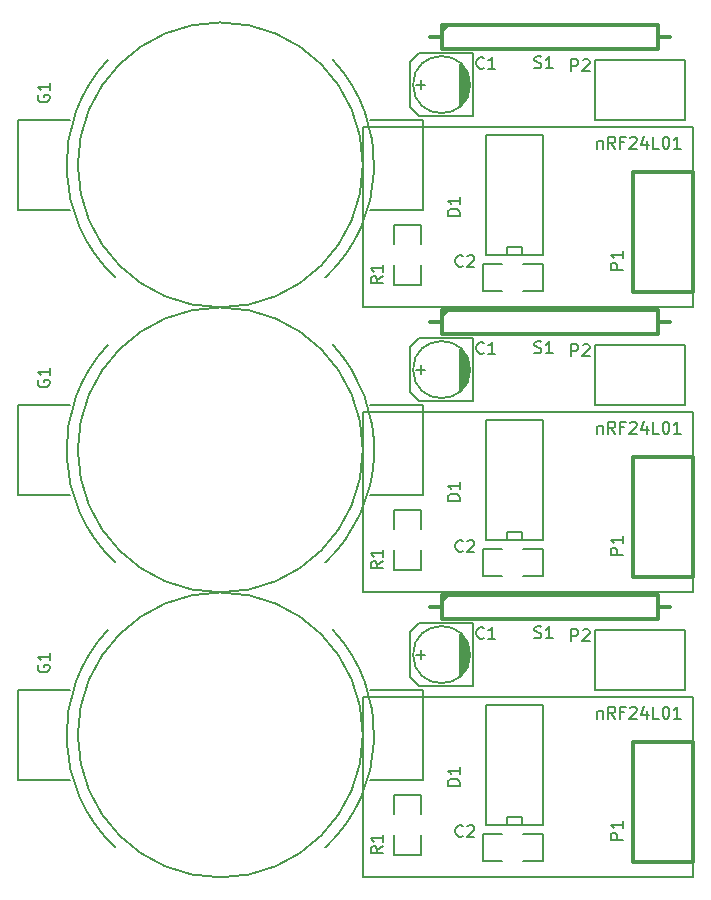
<source format=gto>
G04 #@! TF.FileFunction,Legend,Top*
%FSLAX46Y46*%
G04 Gerber Fmt 4.6, Leading zero omitted, Abs format (unit mm)*
G04 Created by KiCad (PCBNEW 4.0.3+e1-6302~38~ubuntu16.04.1-stable) date Mon Aug 15 18:15:02 2016*
%MOMM*%
%LPD*%
G01*
G04 APERTURE LIST*
%ADD10C,0.150000*%
%ADD11C,0.200000*%
%ADD12C,0.203200*%
%ADD13C,0.127000*%
%ADD14C,0.300000*%
%ADD15C,0.304800*%
G04 APERTURE END LIST*
D10*
D11*
X51435000Y-68580000D02*
X79375000Y-68580000D01*
X79375000Y-68580000D02*
X79375000Y-53340000D01*
X79375000Y-53340000D02*
X51435000Y-53340000D01*
X51435000Y-53340000D02*
X51435000Y-68580000D01*
D12*
X71295382Y-54455786D02*
X71295382Y-55133119D01*
X71295382Y-54552548D02*
X71343763Y-54504167D01*
X71440525Y-54455786D01*
X71585667Y-54455786D01*
X71682429Y-54504167D01*
X71730810Y-54600929D01*
X71730810Y-55133119D01*
X72795191Y-55133119D02*
X72456525Y-54649310D01*
X72214620Y-55133119D02*
X72214620Y-54117119D01*
X72601667Y-54117119D01*
X72698429Y-54165500D01*
X72746810Y-54213881D01*
X72795191Y-54310643D01*
X72795191Y-54455786D01*
X72746810Y-54552548D01*
X72698429Y-54600929D01*
X72601667Y-54649310D01*
X72214620Y-54649310D01*
X73569286Y-54600929D02*
X73230620Y-54600929D01*
X73230620Y-55133119D02*
X73230620Y-54117119D01*
X73714429Y-54117119D01*
X74053096Y-54213881D02*
X74101477Y-54165500D01*
X74198239Y-54117119D01*
X74440143Y-54117119D01*
X74536905Y-54165500D01*
X74585286Y-54213881D01*
X74633667Y-54310643D01*
X74633667Y-54407405D01*
X74585286Y-54552548D01*
X74004715Y-55133119D01*
X74633667Y-55133119D01*
X75504524Y-54455786D02*
X75504524Y-55133119D01*
X75262620Y-54068738D02*
X75020715Y-54794452D01*
X75649667Y-54794452D01*
X76520524Y-55133119D02*
X76036715Y-55133119D01*
X76036715Y-54117119D01*
X77052715Y-54117119D02*
X77149476Y-54117119D01*
X77246238Y-54165500D01*
X77294619Y-54213881D01*
X77343000Y-54310643D01*
X77391381Y-54504167D01*
X77391381Y-54746071D01*
X77343000Y-54939595D01*
X77294619Y-55036357D01*
X77246238Y-55084738D01*
X77149476Y-55133119D01*
X77052715Y-55133119D01*
X76955953Y-55084738D01*
X76907572Y-55036357D01*
X76859191Y-54939595D01*
X76810810Y-54746071D01*
X76810810Y-54504167D01*
X76859191Y-54310643D01*
X76907572Y-54213881D01*
X76955953Y-54165500D01*
X77052715Y-54117119D01*
X78359000Y-55133119D02*
X77778429Y-55133119D01*
X78068715Y-55133119D02*
X78068715Y-54117119D01*
X77971953Y-54262262D01*
X77875191Y-54359024D01*
X77778429Y-54407405D01*
D11*
X51435000Y-92710000D02*
X79375000Y-92710000D01*
X79375000Y-92710000D02*
X79375000Y-77470000D01*
X79375000Y-77470000D02*
X51435000Y-77470000D01*
X51435000Y-77470000D02*
X51435000Y-92710000D01*
D12*
X71295382Y-78585786D02*
X71295382Y-79263119D01*
X71295382Y-78682548D02*
X71343763Y-78634167D01*
X71440525Y-78585786D01*
X71585667Y-78585786D01*
X71682429Y-78634167D01*
X71730810Y-78730929D01*
X71730810Y-79263119D01*
X72795191Y-79263119D02*
X72456525Y-78779310D01*
X72214620Y-79263119D02*
X72214620Y-78247119D01*
X72601667Y-78247119D01*
X72698429Y-78295500D01*
X72746810Y-78343881D01*
X72795191Y-78440643D01*
X72795191Y-78585786D01*
X72746810Y-78682548D01*
X72698429Y-78730929D01*
X72601667Y-78779310D01*
X72214620Y-78779310D01*
X73569286Y-78730929D02*
X73230620Y-78730929D01*
X73230620Y-79263119D02*
X73230620Y-78247119D01*
X73714429Y-78247119D01*
X74053096Y-78343881D02*
X74101477Y-78295500D01*
X74198239Y-78247119D01*
X74440143Y-78247119D01*
X74536905Y-78295500D01*
X74585286Y-78343881D01*
X74633667Y-78440643D01*
X74633667Y-78537405D01*
X74585286Y-78682548D01*
X74004715Y-79263119D01*
X74633667Y-79263119D01*
X75504524Y-78585786D02*
X75504524Y-79263119D01*
X75262620Y-78198738D02*
X75020715Y-78924452D01*
X75649667Y-78924452D01*
X76520524Y-79263119D02*
X76036715Y-79263119D01*
X76036715Y-78247119D01*
X77052715Y-78247119D02*
X77149476Y-78247119D01*
X77246238Y-78295500D01*
X77294619Y-78343881D01*
X77343000Y-78440643D01*
X77391381Y-78634167D01*
X77391381Y-78876071D01*
X77343000Y-79069595D01*
X77294619Y-79166357D01*
X77246238Y-79214738D01*
X77149476Y-79263119D01*
X77052715Y-79263119D01*
X76955953Y-79214738D01*
X76907572Y-79166357D01*
X76859191Y-79069595D01*
X76810810Y-78876071D01*
X76810810Y-78634167D01*
X76859191Y-78440643D01*
X76907572Y-78343881D01*
X76955953Y-78295500D01*
X77052715Y-78247119D01*
X78359000Y-79263119D02*
X77778429Y-79263119D01*
X78068715Y-79263119D02*
X78068715Y-78247119D01*
X77971953Y-78392262D01*
X77875191Y-78489024D01*
X77778429Y-78537405D01*
X71295382Y-30325786D02*
X71295382Y-31003119D01*
X71295382Y-30422548D02*
X71343763Y-30374167D01*
X71440525Y-30325786D01*
X71585667Y-30325786D01*
X71682429Y-30374167D01*
X71730810Y-30470929D01*
X71730810Y-31003119D01*
X72795191Y-31003119D02*
X72456525Y-30519310D01*
X72214620Y-31003119D02*
X72214620Y-29987119D01*
X72601667Y-29987119D01*
X72698429Y-30035500D01*
X72746810Y-30083881D01*
X72795191Y-30180643D01*
X72795191Y-30325786D01*
X72746810Y-30422548D01*
X72698429Y-30470929D01*
X72601667Y-30519310D01*
X72214620Y-30519310D01*
X73569286Y-30470929D02*
X73230620Y-30470929D01*
X73230620Y-31003119D02*
X73230620Y-29987119D01*
X73714429Y-29987119D01*
X74053096Y-30083881D02*
X74101477Y-30035500D01*
X74198239Y-29987119D01*
X74440143Y-29987119D01*
X74536905Y-30035500D01*
X74585286Y-30083881D01*
X74633667Y-30180643D01*
X74633667Y-30277405D01*
X74585286Y-30422548D01*
X74004715Y-31003119D01*
X74633667Y-31003119D01*
X75504524Y-30325786D02*
X75504524Y-31003119D01*
X75262620Y-29938738D02*
X75020715Y-30664452D01*
X75649667Y-30664452D01*
X76520524Y-31003119D02*
X76036715Y-31003119D01*
X76036715Y-29987119D01*
X77052715Y-29987119D02*
X77149476Y-29987119D01*
X77246238Y-30035500D01*
X77294619Y-30083881D01*
X77343000Y-30180643D01*
X77391381Y-30374167D01*
X77391381Y-30616071D01*
X77343000Y-30809595D01*
X77294619Y-30906357D01*
X77246238Y-30954738D01*
X77149476Y-31003119D01*
X77052715Y-31003119D01*
X76955953Y-30954738D01*
X76907572Y-30906357D01*
X76859191Y-30809595D01*
X76810810Y-30616071D01*
X76810810Y-30374167D01*
X76859191Y-30180643D01*
X76907572Y-30083881D01*
X76955953Y-30035500D01*
X77052715Y-29987119D01*
X78359000Y-31003119D02*
X77778429Y-31003119D01*
X78068715Y-31003119D02*
X78068715Y-29987119D01*
X77971953Y-30132262D01*
X77875191Y-30229024D01*
X77778429Y-30277405D01*
D11*
X51435000Y-29210000D02*
X51435000Y-44450000D01*
X79375000Y-29210000D02*
X51435000Y-29210000D01*
X79375000Y-44450000D02*
X79375000Y-29210000D01*
X51435000Y-44450000D02*
X79375000Y-44450000D01*
D10*
X60388500Y-50355500D02*
X60388500Y-48958500D01*
X60261500Y-50609500D02*
X60261500Y-48831500D01*
X60134500Y-50990500D02*
X60134500Y-48450500D01*
X60007500Y-48323500D02*
X60007500Y-51117500D01*
X59880500Y-51244500D02*
X59880500Y-48196500D01*
X59753500Y-48069500D02*
X59753500Y-51371500D01*
X59626500Y-51498500D02*
X59626500Y-47942500D01*
X60769500Y-52387500D02*
X56197500Y-52387500D01*
X56197500Y-52387500D02*
X55435500Y-51625500D01*
X55435500Y-51625500D02*
X55435500Y-47815500D01*
X55435500Y-47815500D02*
X56197500Y-47053500D01*
X56197500Y-47053500D02*
X60769500Y-47053500D01*
X60769500Y-47053500D02*
X60769500Y-52387500D01*
X55943500Y-49720500D02*
X56705500Y-49720500D01*
X56324500Y-50101500D02*
X56324500Y-49339500D01*
X60515500Y-49720500D02*
G75*
G03X60515500Y-49720500I-2413000J0D01*
G01*
X29845000Y-47625000D02*
G75*
G03X30480000Y-66040000I9525000J-8890000D01*
G01*
X48260000Y-66040000D02*
G75*
G03X48895000Y-47625000I-8890000J9525000D01*
G01*
X22225000Y-60325000D02*
X26670000Y-60325000D01*
X22225000Y-60325000D02*
X22225000Y-52705000D01*
X22225000Y-52705000D02*
X26670000Y-52705000D01*
X52070000Y-60325000D02*
X52705000Y-60325000D01*
X56515000Y-60325000D02*
X52705000Y-60325000D01*
X56515000Y-60325000D02*
X56515000Y-52705000D01*
X56515000Y-52705000D02*
X52070000Y-52705000D01*
X51435000Y-56515000D02*
G75*
G03X51435000Y-56515000I-12065000J0D01*
G01*
D13*
X66675000Y-67183000D02*
X66675000Y-64897000D01*
X66675000Y-64897000D02*
X65024000Y-64897000D01*
X63246000Y-67183000D02*
X61595000Y-67183000D01*
X61595000Y-67183000D02*
X61595000Y-64897000D01*
X61595000Y-64897000D02*
X63246000Y-64897000D01*
X65024000Y-67183000D02*
X66675000Y-67183000D01*
X56388000Y-61595000D02*
X54102000Y-61595000D01*
X54102000Y-61595000D02*
X54102000Y-63246000D01*
X56388000Y-65024000D02*
X56388000Y-66675000D01*
X56388000Y-66675000D02*
X54102000Y-66675000D01*
X54102000Y-66675000D02*
X54102000Y-65024000D01*
X56388000Y-63246000D02*
X56388000Y-61595000D01*
D14*
X58166000Y-46736000D02*
X68707000Y-46736000D01*
X58166000Y-44704000D02*
X58674000Y-44704000D01*
X68326000Y-44704000D02*
X58674000Y-44704000D01*
X57150000Y-45720000D02*
X58166000Y-45720000D01*
X58166000Y-45720000D02*
X58166000Y-44704000D01*
X68326000Y-44704000D02*
X76454000Y-44704000D01*
X76454000Y-44704000D02*
X76454000Y-46736000D01*
X76454000Y-46736000D02*
X68326000Y-46736000D01*
X58166000Y-46736000D02*
X58166000Y-45720000D01*
X58166000Y-45212000D02*
X58674000Y-44704000D01*
X77470000Y-45720000D02*
X76454000Y-45720000D01*
D10*
X61849000Y-53975000D02*
X66675000Y-53975000D01*
X66675000Y-53975000D02*
X66675000Y-64135000D01*
X66675000Y-64135000D02*
X61849000Y-64135000D01*
X61849000Y-64135000D02*
X61849000Y-53975000D01*
X63627000Y-64135000D02*
X63627000Y-63500000D01*
X63627000Y-63500000D02*
X64897000Y-63500000D01*
X64897000Y-63500000D02*
X64897000Y-64135000D01*
D12*
X78740000Y-52705000D02*
X71120000Y-52705000D01*
X71120000Y-47625000D02*
X78740000Y-47625000D01*
X78740000Y-47625000D02*
X78740000Y-52705000D01*
X71120000Y-52705000D02*
X71120000Y-47625000D01*
D15*
X74295000Y-67310000D02*
X74295000Y-57150000D01*
X74295000Y-57150000D02*
X79375000Y-57150000D01*
X79375000Y-57150000D02*
X79375000Y-67310000D01*
X79375000Y-67310000D02*
X74295000Y-67310000D01*
D10*
X60388500Y-74485500D02*
X60388500Y-73088500D01*
X60261500Y-74739500D02*
X60261500Y-72961500D01*
X60134500Y-75120500D02*
X60134500Y-72580500D01*
X60007500Y-72453500D02*
X60007500Y-75247500D01*
X59880500Y-75374500D02*
X59880500Y-72326500D01*
X59753500Y-72199500D02*
X59753500Y-75501500D01*
X59626500Y-75628500D02*
X59626500Y-72072500D01*
X60769500Y-76517500D02*
X56197500Y-76517500D01*
X56197500Y-76517500D02*
X55435500Y-75755500D01*
X55435500Y-75755500D02*
X55435500Y-71945500D01*
X55435500Y-71945500D02*
X56197500Y-71183500D01*
X56197500Y-71183500D02*
X60769500Y-71183500D01*
X60769500Y-71183500D02*
X60769500Y-76517500D01*
X55943500Y-73850500D02*
X56705500Y-73850500D01*
X56324500Y-74231500D02*
X56324500Y-73469500D01*
X60515500Y-73850500D02*
G75*
G03X60515500Y-73850500I-2413000J0D01*
G01*
X29845000Y-71755000D02*
G75*
G03X30480000Y-90170000I9525000J-8890000D01*
G01*
X48260000Y-90170000D02*
G75*
G03X48895000Y-71755000I-8890000J9525000D01*
G01*
X22225000Y-84455000D02*
X26670000Y-84455000D01*
X22225000Y-84455000D02*
X22225000Y-76835000D01*
X22225000Y-76835000D02*
X26670000Y-76835000D01*
X52070000Y-84455000D02*
X52705000Y-84455000D01*
X56515000Y-84455000D02*
X52705000Y-84455000D01*
X56515000Y-84455000D02*
X56515000Y-76835000D01*
X56515000Y-76835000D02*
X52070000Y-76835000D01*
X51435000Y-80645000D02*
G75*
G03X51435000Y-80645000I-12065000J0D01*
G01*
D13*
X66675000Y-91313000D02*
X66675000Y-89027000D01*
X66675000Y-89027000D02*
X65024000Y-89027000D01*
X63246000Y-91313000D02*
X61595000Y-91313000D01*
X61595000Y-91313000D02*
X61595000Y-89027000D01*
X61595000Y-89027000D02*
X63246000Y-89027000D01*
X65024000Y-91313000D02*
X66675000Y-91313000D01*
X56388000Y-85725000D02*
X54102000Y-85725000D01*
X54102000Y-85725000D02*
X54102000Y-87376000D01*
X56388000Y-89154000D02*
X56388000Y-90805000D01*
X56388000Y-90805000D02*
X54102000Y-90805000D01*
X54102000Y-90805000D02*
X54102000Y-89154000D01*
X56388000Y-87376000D02*
X56388000Y-85725000D01*
D14*
X58166000Y-70866000D02*
X68707000Y-70866000D01*
X58166000Y-68834000D02*
X58674000Y-68834000D01*
X68326000Y-68834000D02*
X58674000Y-68834000D01*
X57150000Y-69850000D02*
X58166000Y-69850000D01*
X58166000Y-69850000D02*
X58166000Y-68834000D01*
X68326000Y-68834000D02*
X76454000Y-68834000D01*
X76454000Y-68834000D02*
X76454000Y-70866000D01*
X76454000Y-70866000D02*
X68326000Y-70866000D01*
X58166000Y-70866000D02*
X58166000Y-69850000D01*
X58166000Y-69342000D02*
X58674000Y-68834000D01*
X77470000Y-69850000D02*
X76454000Y-69850000D01*
D10*
X61849000Y-78105000D02*
X66675000Y-78105000D01*
X66675000Y-78105000D02*
X66675000Y-88265000D01*
X66675000Y-88265000D02*
X61849000Y-88265000D01*
X61849000Y-88265000D02*
X61849000Y-78105000D01*
X63627000Y-88265000D02*
X63627000Y-87630000D01*
X63627000Y-87630000D02*
X64897000Y-87630000D01*
X64897000Y-87630000D02*
X64897000Y-88265000D01*
D12*
X78740000Y-76835000D02*
X71120000Y-76835000D01*
X71120000Y-71755000D02*
X78740000Y-71755000D01*
X78740000Y-71755000D02*
X78740000Y-76835000D01*
X71120000Y-76835000D02*
X71120000Y-71755000D01*
D15*
X74295000Y-91440000D02*
X74295000Y-81280000D01*
X74295000Y-81280000D02*
X79375000Y-81280000D01*
X79375000Y-81280000D02*
X79375000Y-91440000D01*
X79375000Y-91440000D02*
X74295000Y-91440000D01*
X74295000Y-43180000D02*
X74295000Y-33020000D01*
X74295000Y-33020000D02*
X79375000Y-33020000D01*
X79375000Y-33020000D02*
X79375000Y-43180000D01*
X79375000Y-43180000D02*
X74295000Y-43180000D01*
D12*
X78740000Y-28575000D02*
X71120000Y-28575000D01*
X71120000Y-23495000D02*
X78740000Y-23495000D01*
X78740000Y-23495000D02*
X78740000Y-28575000D01*
X71120000Y-28575000D02*
X71120000Y-23495000D01*
D10*
X61849000Y-29845000D02*
X66675000Y-29845000D01*
X66675000Y-29845000D02*
X66675000Y-40005000D01*
X66675000Y-40005000D02*
X61849000Y-40005000D01*
X61849000Y-40005000D02*
X61849000Y-29845000D01*
X63627000Y-40005000D02*
X63627000Y-39370000D01*
X63627000Y-39370000D02*
X64897000Y-39370000D01*
X64897000Y-39370000D02*
X64897000Y-40005000D01*
D14*
X58166000Y-22606000D02*
X68707000Y-22606000D01*
X58166000Y-20574000D02*
X58674000Y-20574000D01*
X68326000Y-20574000D02*
X58674000Y-20574000D01*
X57150000Y-21590000D02*
X58166000Y-21590000D01*
X58166000Y-21590000D02*
X58166000Y-20574000D01*
X68326000Y-20574000D02*
X76454000Y-20574000D01*
X76454000Y-20574000D02*
X76454000Y-22606000D01*
X76454000Y-22606000D02*
X68326000Y-22606000D01*
X58166000Y-22606000D02*
X58166000Y-21590000D01*
X58166000Y-21082000D02*
X58674000Y-20574000D01*
X77470000Y-21590000D02*
X76454000Y-21590000D01*
D13*
X56388000Y-37465000D02*
X54102000Y-37465000D01*
X54102000Y-37465000D02*
X54102000Y-39116000D01*
X56388000Y-40894000D02*
X56388000Y-42545000D01*
X56388000Y-42545000D02*
X54102000Y-42545000D01*
X54102000Y-42545000D02*
X54102000Y-40894000D01*
X56388000Y-39116000D02*
X56388000Y-37465000D01*
X66675000Y-43053000D02*
X66675000Y-40767000D01*
X66675000Y-40767000D02*
X65024000Y-40767000D01*
X63246000Y-43053000D02*
X61595000Y-43053000D01*
X61595000Y-43053000D02*
X61595000Y-40767000D01*
X61595000Y-40767000D02*
X63246000Y-40767000D01*
X65024000Y-43053000D02*
X66675000Y-43053000D01*
D10*
X29845000Y-23495000D02*
G75*
G03X30480000Y-41910000I9525000J-8890000D01*
G01*
X48260000Y-41910000D02*
G75*
G03X48895000Y-23495000I-8890000J9525000D01*
G01*
X22225000Y-36195000D02*
X26670000Y-36195000D01*
X22225000Y-36195000D02*
X22225000Y-28575000D01*
X22225000Y-28575000D02*
X26670000Y-28575000D01*
X52070000Y-36195000D02*
X52705000Y-36195000D01*
X56515000Y-36195000D02*
X52705000Y-36195000D01*
X56515000Y-36195000D02*
X56515000Y-28575000D01*
X56515000Y-28575000D02*
X52070000Y-28575000D01*
X51435000Y-32385000D02*
G75*
G03X51435000Y-32385000I-12065000J0D01*
G01*
X60388500Y-26225500D02*
X60388500Y-24828500D01*
X60261500Y-26479500D02*
X60261500Y-24701500D01*
X60134500Y-26860500D02*
X60134500Y-24320500D01*
X60007500Y-24193500D02*
X60007500Y-26987500D01*
X59880500Y-27114500D02*
X59880500Y-24066500D01*
X59753500Y-23939500D02*
X59753500Y-27241500D01*
X59626500Y-27368500D02*
X59626500Y-23812500D01*
X60769500Y-28257500D02*
X56197500Y-28257500D01*
X56197500Y-28257500D02*
X55435500Y-27495500D01*
X55435500Y-27495500D02*
X55435500Y-23685500D01*
X55435500Y-23685500D02*
X56197500Y-22923500D01*
X56197500Y-22923500D02*
X60769500Y-22923500D01*
X60769500Y-22923500D02*
X60769500Y-28257500D01*
X55943500Y-25590500D02*
X56705500Y-25590500D01*
X56324500Y-25971500D02*
X56324500Y-25209500D01*
X60515500Y-25590500D02*
G75*
G03X60515500Y-25590500I-2413000J0D01*
G01*
D12*
X61679667Y-48305357D02*
X61631286Y-48353738D01*
X61486143Y-48402119D01*
X61389381Y-48402119D01*
X61244239Y-48353738D01*
X61147477Y-48256976D01*
X61099096Y-48160214D01*
X61050715Y-47966690D01*
X61050715Y-47821548D01*
X61099096Y-47628024D01*
X61147477Y-47531262D01*
X61244239Y-47434500D01*
X61389381Y-47386119D01*
X61486143Y-47386119D01*
X61631286Y-47434500D01*
X61679667Y-47482881D01*
X62647286Y-48402119D02*
X62066715Y-48402119D01*
X62357001Y-48402119D02*
X62357001Y-47386119D01*
X62260239Y-47531262D01*
X62163477Y-47628024D01*
X62066715Y-47676405D01*
X23939500Y-50636714D02*
X23891119Y-50733476D01*
X23891119Y-50878619D01*
X23939500Y-51023761D01*
X24036262Y-51120523D01*
X24133024Y-51168904D01*
X24326548Y-51217285D01*
X24471690Y-51217285D01*
X24665214Y-51168904D01*
X24761976Y-51120523D01*
X24858738Y-51023761D01*
X24907119Y-50878619D01*
X24907119Y-50781857D01*
X24858738Y-50636714D01*
X24810357Y-50588333D01*
X24471690Y-50588333D01*
X24471690Y-50781857D01*
X24907119Y-49620714D02*
X24907119Y-50201285D01*
X24907119Y-49910999D02*
X23891119Y-49910999D01*
X24036262Y-50007761D01*
X24133024Y-50104523D01*
X24181405Y-50201285D01*
X59901667Y-65069357D02*
X59853286Y-65117738D01*
X59708143Y-65166119D01*
X59611381Y-65166119D01*
X59466239Y-65117738D01*
X59369477Y-65020976D01*
X59321096Y-64924214D01*
X59272715Y-64730690D01*
X59272715Y-64585548D01*
X59321096Y-64392024D01*
X59369477Y-64295262D01*
X59466239Y-64198500D01*
X59611381Y-64150119D01*
X59708143Y-64150119D01*
X59853286Y-64198500D01*
X59901667Y-64246881D01*
X60288715Y-64246881D02*
X60337096Y-64198500D01*
X60433858Y-64150119D01*
X60675762Y-64150119D01*
X60772524Y-64198500D01*
X60820905Y-64246881D01*
X60869286Y-64343643D01*
X60869286Y-64440405D01*
X60820905Y-64585548D01*
X60240334Y-65166119D01*
X60869286Y-65166119D01*
X53101119Y-65955333D02*
X52617310Y-66293999D01*
X53101119Y-66535904D02*
X52085119Y-66535904D01*
X52085119Y-66148857D01*
X52133500Y-66052095D01*
X52181881Y-66003714D01*
X52278643Y-65955333D01*
X52423786Y-65955333D01*
X52520548Y-66003714D01*
X52568929Y-66052095D01*
X52617310Y-66148857D01*
X52617310Y-66535904D01*
X53101119Y-64987714D02*
X53101119Y-65568285D01*
X53101119Y-65277999D02*
X52085119Y-65277999D01*
X52230262Y-65374761D01*
X52327024Y-65471523D01*
X52375405Y-65568285D01*
X65964405Y-48290238D02*
X66109548Y-48338619D01*
X66351452Y-48338619D01*
X66448214Y-48290238D01*
X66496595Y-48241857D01*
X66544976Y-48145095D01*
X66544976Y-48048333D01*
X66496595Y-47951571D01*
X66448214Y-47903190D01*
X66351452Y-47854810D01*
X66157929Y-47806429D01*
X66061167Y-47758048D01*
X66012786Y-47709667D01*
X65964405Y-47612905D01*
X65964405Y-47516143D01*
X66012786Y-47419381D01*
X66061167Y-47371000D01*
X66157929Y-47322619D01*
X66399833Y-47322619D01*
X66544976Y-47371000D01*
X67512595Y-48338619D02*
X66932024Y-48338619D01*
X67222310Y-48338619D02*
X67222310Y-47322619D01*
X67125548Y-47467762D01*
X67028786Y-47564524D01*
X66932024Y-47612905D01*
X59641619Y-60820904D02*
X58625619Y-60820904D01*
X58625619Y-60578999D01*
X58674000Y-60433857D01*
X58770762Y-60337095D01*
X58867524Y-60288714D01*
X59061048Y-60240333D01*
X59206190Y-60240333D01*
X59399714Y-60288714D01*
X59496476Y-60337095D01*
X59593238Y-60433857D01*
X59641619Y-60578999D01*
X59641619Y-60820904D01*
X59641619Y-59272714D02*
X59641619Y-59853285D01*
X59641619Y-59562999D02*
X58625619Y-59562999D01*
X58770762Y-59659761D01*
X58867524Y-59756523D01*
X58915905Y-59853285D01*
X69100096Y-48592619D02*
X69100096Y-47576619D01*
X69487143Y-47576619D01*
X69583905Y-47625000D01*
X69632286Y-47673381D01*
X69680667Y-47770143D01*
X69680667Y-47915286D01*
X69632286Y-48012048D01*
X69583905Y-48060429D01*
X69487143Y-48108810D01*
X69100096Y-48108810D01*
X70067715Y-47673381D02*
X70116096Y-47625000D01*
X70212858Y-47576619D01*
X70454762Y-47576619D01*
X70551524Y-47625000D01*
X70599905Y-47673381D01*
X70648286Y-47770143D01*
X70648286Y-47866905D01*
X70599905Y-48012048D01*
X70019334Y-48592619D01*
X70648286Y-48592619D01*
X73421119Y-65392904D02*
X72405119Y-65392904D01*
X72405119Y-65005857D01*
X72453500Y-64909095D01*
X72501881Y-64860714D01*
X72598643Y-64812333D01*
X72743786Y-64812333D01*
X72840548Y-64860714D01*
X72888929Y-64909095D01*
X72937310Y-65005857D01*
X72937310Y-65392904D01*
X73421119Y-63844714D02*
X73421119Y-64425285D01*
X73421119Y-64134999D02*
X72405119Y-64134999D01*
X72550262Y-64231761D01*
X72647024Y-64328523D01*
X72695405Y-64425285D01*
X61679667Y-72435357D02*
X61631286Y-72483738D01*
X61486143Y-72532119D01*
X61389381Y-72532119D01*
X61244239Y-72483738D01*
X61147477Y-72386976D01*
X61099096Y-72290214D01*
X61050715Y-72096690D01*
X61050715Y-71951548D01*
X61099096Y-71758024D01*
X61147477Y-71661262D01*
X61244239Y-71564500D01*
X61389381Y-71516119D01*
X61486143Y-71516119D01*
X61631286Y-71564500D01*
X61679667Y-71612881D01*
X62647286Y-72532119D02*
X62066715Y-72532119D01*
X62357001Y-72532119D02*
X62357001Y-71516119D01*
X62260239Y-71661262D01*
X62163477Y-71758024D01*
X62066715Y-71806405D01*
X23939500Y-74766714D02*
X23891119Y-74863476D01*
X23891119Y-75008619D01*
X23939500Y-75153761D01*
X24036262Y-75250523D01*
X24133024Y-75298904D01*
X24326548Y-75347285D01*
X24471690Y-75347285D01*
X24665214Y-75298904D01*
X24761976Y-75250523D01*
X24858738Y-75153761D01*
X24907119Y-75008619D01*
X24907119Y-74911857D01*
X24858738Y-74766714D01*
X24810357Y-74718333D01*
X24471690Y-74718333D01*
X24471690Y-74911857D01*
X24907119Y-73750714D02*
X24907119Y-74331285D01*
X24907119Y-74040999D02*
X23891119Y-74040999D01*
X24036262Y-74137761D01*
X24133024Y-74234523D01*
X24181405Y-74331285D01*
X59901667Y-89199357D02*
X59853286Y-89247738D01*
X59708143Y-89296119D01*
X59611381Y-89296119D01*
X59466239Y-89247738D01*
X59369477Y-89150976D01*
X59321096Y-89054214D01*
X59272715Y-88860690D01*
X59272715Y-88715548D01*
X59321096Y-88522024D01*
X59369477Y-88425262D01*
X59466239Y-88328500D01*
X59611381Y-88280119D01*
X59708143Y-88280119D01*
X59853286Y-88328500D01*
X59901667Y-88376881D01*
X60288715Y-88376881D02*
X60337096Y-88328500D01*
X60433858Y-88280119D01*
X60675762Y-88280119D01*
X60772524Y-88328500D01*
X60820905Y-88376881D01*
X60869286Y-88473643D01*
X60869286Y-88570405D01*
X60820905Y-88715548D01*
X60240334Y-89296119D01*
X60869286Y-89296119D01*
X53101119Y-90085333D02*
X52617310Y-90423999D01*
X53101119Y-90665904D02*
X52085119Y-90665904D01*
X52085119Y-90278857D01*
X52133500Y-90182095D01*
X52181881Y-90133714D01*
X52278643Y-90085333D01*
X52423786Y-90085333D01*
X52520548Y-90133714D01*
X52568929Y-90182095D01*
X52617310Y-90278857D01*
X52617310Y-90665904D01*
X53101119Y-89117714D02*
X53101119Y-89698285D01*
X53101119Y-89407999D02*
X52085119Y-89407999D01*
X52230262Y-89504761D01*
X52327024Y-89601523D01*
X52375405Y-89698285D01*
X65964405Y-72420238D02*
X66109548Y-72468619D01*
X66351452Y-72468619D01*
X66448214Y-72420238D01*
X66496595Y-72371857D01*
X66544976Y-72275095D01*
X66544976Y-72178333D01*
X66496595Y-72081571D01*
X66448214Y-72033190D01*
X66351452Y-71984810D01*
X66157929Y-71936429D01*
X66061167Y-71888048D01*
X66012786Y-71839667D01*
X65964405Y-71742905D01*
X65964405Y-71646143D01*
X66012786Y-71549381D01*
X66061167Y-71501000D01*
X66157929Y-71452619D01*
X66399833Y-71452619D01*
X66544976Y-71501000D01*
X67512595Y-72468619D02*
X66932024Y-72468619D01*
X67222310Y-72468619D02*
X67222310Y-71452619D01*
X67125548Y-71597762D01*
X67028786Y-71694524D01*
X66932024Y-71742905D01*
X59641619Y-84950904D02*
X58625619Y-84950904D01*
X58625619Y-84708999D01*
X58674000Y-84563857D01*
X58770762Y-84467095D01*
X58867524Y-84418714D01*
X59061048Y-84370333D01*
X59206190Y-84370333D01*
X59399714Y-84418714D01*
X59496476Y-84467095D01*
X59593238Y-84563857D01*
X59641619Y-84708999D01*
X59641619Y-84950904D01*
X59641619Y-83402714D02*
X59641619Y-83983285D01*
X59641619Y-83692999D02*
X58625619Y-83692999D01*
X58770762Y-83789761D01*
X58867524Y-83886523D01*
X58915905Y-83983285D01*
X69100096Y-72722619D02*
X69100096Y-71706619D01*
X69487143Y-71706619D01*
X69583905Y-71755000D01*
X69632286Y-71803381D01*
X69680667Y-71900143D01*
X69680667Y-72045286D01*
X69632286Y-72142048D01*
X69583905Y-72190429D01*
X69487143Y-72238810D01*
X69100096Y-72238810D01*
X70067715Y-71803381D02*
X70116096Y-71755000D01*
X70212858Y-71706619D01*
X70454762Y-71706619D01*
X70551524Y-71755000D01*
X70599905Y-71803381D01*
X70648286Y-71900143D01*
X70648286Y-71996905D01*
X70599905Y-72142048D01*
X70019334Y-72722619D01*
X70648286Y-72722619D01*
X73421119Y-89522904D02*
X72405119Y-89522904D01*
X72405119Y-89135857D01*
X72453500Y-89039095D01*
X72501881Y-88990714D01*
X72598643Y-88942333D01*
X72743786Y-88942333D01*
X72840548Y-88990714D01*
X72888929Y-89039095D01*
X72937310Y-89135857D01*
X72937310Y-89522904D01*
X73421119Y-87974714D02*
X73421119Y-88555285D01*
X73421119Y-88264999D02*
X72405119Y-88264999D01*
X72550262Y-88361761D01*
X72647024Y-88458523D01*
X72695405Y-88555285D01*
X73421119Y-41262904D02*
X72405119Y-41262904D01*
X72405119Y-40875857D01*
X72453500Y-40779095D01*
X72501881Y-40730714D01*
X72598643Y-40682333D01*
X72743786Y-40682333D01*
X72840548Y-40730714D01*
X72888929Y-40779095D01*
X72937310Y-40875857D01*
X72937310Y-41262904D01*
X73421119Y-39714714D02*
X73421119Y-40295285D01*
X73421119Y-40004999D02*
X72405119Y-40004999D01*
X72550262Y-40101761D01*
X72647024Y-40198523D01*
X72695405Y-40295285D01*
X69100096Y-24462619D02*
X69100096Y-23446619D01*
X69487143Y-23446619D01*
X69583905Y-23495000D01*
X69632286Y-23543381D01*
X69680667Y-23640143D01*
X69680667Y-23785286D01*
X69632286Y-23882048D01*
X69583905Y-23930429D01*
X69487143Y-23978810D01*
X69100096Y-23978810D01*
X70067715Y-23543381D02*
X70116096Y-23495000D01*
X70212858Y-23446619D01*
X70454762Y-23446619D01*
X70551524Y-23495000D01*
X70599905Y-23543381D01*
X70648286Y-23640143D01*
X70648286Y-23736905D01*
X70599905Y-23882048D01*
X70019334Y-24462619D01*
X70648286Y-24462619D01*
X59641619Y-36690904D02*
X58625619Y-36690904D01*
X58625619Y-36448999D01*
X58674000Y-36303857D01*
X58770762Y-36207095D01*
X58867524Y-36158714D01*
X59061048Y-36110333D01*
X59206190Y-36110333D01*
X59399714Y-36158714D01*
X59496476Y-36207095D01*
X59593238Y-36303857D01*
X59641619Y-36448999D01*
X59641619Y-36690904D01*
X59641619Y-35142714D02*
X59641619Y-35723285D01*
X59641619Y-35432999D02*
X58625619Y-35432999D01*
X58770762Y-35529761D01*
X58867524Y-35626523D01*
X58915905Y-35723285D01*
X65964405Y-24160238D02*
X66109548Y-24208619D01*
X66351452Y-24208619D01*
X66448214Y-24160238D01*
X66496595Y-24111857D01*
X66544976Y-24015095D01*
X66544976Y-23918333D01*
X66496595Y-23821571D01*
X66448214Y-23773190D01*
X66351452Y-23724810D01*
X66157929Y-23676429D01*
X66061167Y-23628048D01*
X66012786Y-23579667D01*
X65964405Y-23482905D01*
X65964405Y-23386143D01*
X66012786Y-23289381D01*
X66061167Y-23241000D01*
X66157929Y-23192619D01*
X66399833Y-23192619D01*
X66544976Y-23241000D01*
X67512595Y-24208619D02*
X66932024Y-24208619D01*
X67222310Y-24208619D02*
X67222310Y-23192619D01*
X67125548Y-23337762D01*
X67028786Y-23434524D01*
X66932024Y-23482905D01*
X53101119Y-41825333D02*
X52617310Y-42163999D01*
X53101119Y-42405904D02*
X52085119Y-42405904D01*
X52085119Y-42018857D01*
X52133500Y-41922095D01*
X52181881Y-41873714D01*
X52278643Y-41825333D01*
X52423786Y-41825333D01*
X52520548Y-41873714D01*
X52568929Y-41922095D01*
X52617310Y-42018857D01*
X52617310Y-42405904D01*
X53101119Y-40857714D02*
X53101119Y-41438285D01*
X53101119Y-41147999D02*
X52085119Y-41147999D01*
X52230262Y-41244761D01*
X52327024Y-41341523D01*
X52375405Y-41438285D01*
X59901667Y-40939357D02*
X59853286Y-40987738D01*
X59708143Y-41036119D01*
X59611381Y-41036119D01*
X59466239Y-40987738D01*
X59369477Y-40890976D01*
X59321096Y-40794214D01*
X59272715Y-40600690D01*
X59272715Y-40455548D01*
X59321096Y-40262024D01*
X59369477Y-40165262D01*
X59466239Y-40068500D01*
X59611381Y-40020119D01*
X59708143Y-40020119D01*
X59853286Y-40068500D01*
X59901667Y-40116881D01*
X60288715Y-40116881D02*
X60337096Y-40068500D01*
X60433858Y-40020119D01*
X60675762Y-40020119D01*
X60772524Y-40068500D01*
X60820905Y-40116881D01*
X60869286Y-40213643D01*
X60869286Y-40310405D01*
X60820905Y-40455548D01*
X60240334Y-41036119D01*
X60869286Y-41036119D01*
X23939500Y-26506714D02*
X23891119Y-26603476D01*
X23891119Y-26748619D01*
X23939500Y-26893761D01*
X24036262Y-26990523D01*
X24133024Y-27038904D01*
X24326548Y-27087285D01*
X24471690Y-27087285D01*
X24665214Y-27038904D01*
X24761976Y-26990523D01*
X24858738Y-26893761D01*
X24907119Y-26748619D01*
X24907119Y-26651857D01*
X24858738Y-26506714D01*
X24810357Y-26458333D01*
X24471690Y-26458333D01*
X24471690Y-26651857D01*
X24907119Y-25490714D02*
X24907119Y-26071285D01*
X24907119Y-25780999D02*
X23891119Y-25780999D01*
X24036262Y-25877761D01*
X24133024Y-25974523D01*
X24181405Y-26071285D01*
X61679667Y-24175357D02*
X61631286Y-24223738D01*
X61486143Y-24272119D01*
X61389381Y-24272119D01*
X61244239Y-24223738D01*
X61147477Y-24126976D01*
X61099096Y-24030214D01*
X61050715Y-23836690D01*
X61050715Y-23691548D01*
X61099096Y-23498024D01*
X61147477Y-23401262D01*
X61244239Y-23304500D01*
X61389381Y-23256119D01*
X61486143Y-23256119D01*
X61631286Y-23304500D01*
X61679667Y-23352881D01*
X62647286Y-24272119D02*
X62066715Y-24272119D01*
X62357001Y-24272119D02*
X62357001Y-23256119D01*
X62260239Y-23401262D01*
X62163477Y-23498024D01*
X62066715Y-23546405D01*
M02*

</source>
